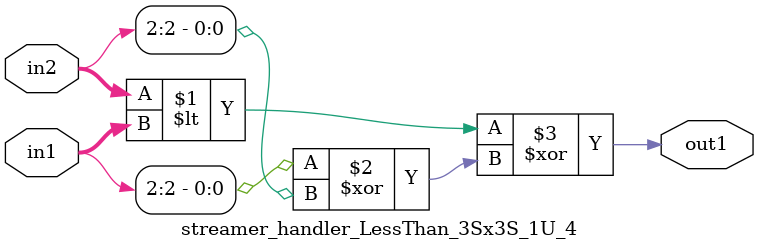
<source format=v>

`timescale 1ps / 1ps


module streamer_handler_LessThan_3Sx3S_1U_4( in2, in1, out1 );

    input [2:0] in2;
    input [2:0] in1;
    output out1;

    
    // rtl_process:streamer_handler_LessThan_3Sx3S_1U_4/streamer_handler_LessThan_3Sx3S_1U_4_thread_1
    assign out1 = (in2 < in1 ^ (in1[2] ^ in2[2]));

endmodule


</source>
